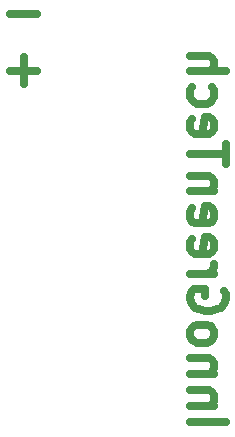
<source format=gbr>
G04 #@! TF.GenerationSoftware,KiCad,Pcbnew,(5.0.1)-4*
G04 #@! TF.CreationDate,2020-10-18T21:08:22+02:00*
G04 #@! TF.ProjectId,Linky_hot_water_controller,4C696E6B795F686F745F77617465725F,rev?*
G04 #@! TF.SameCoordinates,PX6422c40PY7270e00*
G04 #@! TF.FileFunction,Legend,Bot*
G04 #@! TF.FilePolarity,Positive*
%FSLAX46Y46*%
G04 Gerber Fmt 4.6, Leading zero omitted, Abs format (unit mm)*
G04 Created by KiCad (PCBNEW (5.0.1)-4) date 18/10/2020 21:08:22*
%MOMM*%
%LPD*%
G01*
G04 APERTURE LIST*
%ADD10C,0.700000*%
G04 APERTURE END LIST*
D10*
X10642857Y41085715D02*
X8357142Y41085715D01*
X10692857Y36285715D02*
X8407142Y36285715D01*
X9550000Y35142858D02*
X9550000Y37428572D01*
X23642857Y6500000D02*
X26642857Y6500000D01*
X25642857Y7928572D02*
X23642857Y7928572D01*
X25357142Y7928572D02*
X25500000Y8071429D01*
X25642857Y8357143D01*
X25642857Y8785715D01*
X25500000Y9071429D01*
X25214285Y9214286D01*
X23642857Y9214286D01*
X25642857Y10642858D02*
X23642857Y10642858D01*
X25357142Y10642858D02*
X25500000Y10785715D01*
X25642857Y11071429D01*
X25642857Y11500000D01*
X25500000Y11785715D01*
X25214285Y11928572D01*
X23642857Y11928572D01*
X23642857Y13785715D02*
X23785714Y13500000D01*
X23928571Y13357143D01*
X24214285Y13214286D01*
X25071428Y13214286D01*
X25357142Y13357143D01*
X25500000Y13500000D01*
X25642857Y13785715D01*
X25642857Y14214286D01*
X25500000Y14500000D01*
X25357142Y14642858D01*
X25071428Y14785715D01*
X24214285Y14785715D01*
X23928571Y14642858D01*
X23785714Y14500000D01*
X23642857Y14214286D01*
X23642857Y13785715D01*
X26500000Y17642858D02*
X26642857Y17357143D01*
X26642857Y16928572D01*
X26500000Y16500000D01*
X26214285Y16214286D01*
X25928571Y16071429D01*
X25357142Y15928572D01*
X24928571Y15928572D01*
X24357142Y16071429D01*
X24071428Y16214286D01*
X23785714Y16500000D01*
X23642857Y16928572D01*
X23642857Y17214286D01*
X23785714Y17642858D01*
X23928571Y17785715D01*
X24928571Y17785715D01*
X24928571Y17214286D01*
X23642857Y19071429D02*
X25642857Y19071429D01*
X25071428Y19071429D02*
X25357142Y19214286D01*
X25500000Y19357143D01*
X25642857Y19642858D01*
X25642857Y19928572D01*
X23785714Y22071429D02*
X23642857Y21785715D01*
X23642857Y21214286D01*
X23785714Y20928572D01*
X24071428Y20785715D01*
X25214285Y20785715D01*
X25500000Y20928572D01*
X25642857Y21214286D01*
X25642857Y21785715D01*
X25500000Y22071429D01*
X25214285Y22214286D01*
X24928571Y22214286D01*
X24642857Y20785715D01*
X23785714Y24642858D02*
X23642857Y24357143D01*
X23642857Y23785715D01*
X23785714Y23500000D01*
X24071428Y23357143D01*
X25214285Y23357143D01*
X25500000Y23500000D01*
X25642857Y23785715D01*
X25642857Y24357143D01*
X25500000Y24642858D01*
X25214285Y24785715D01*
X24928571Y24785715D01*
X24642857Y23357143D01*
X25642857Y26071429D02*
X23642857Y26071429D01*
X25357142Y26071429D02*
X25500000Y26214286D01*
X25642857Y26500000D01*
X25642857Y26928572D01*
X25500000Y27214286D01*
X25214285Y27357143D01*
X23642857Y27357143D01*
X26642857Y28357143D02*
X26642857Y30071429D01*
X23642857Y29214286D02*
X26642857Y29214286D01*
X23785714Y32214286D02*
X23642857Y31928572D01*
X23642857Y31357143D01*
X23785714Y31071429D01*
X24071428Y30928572D01*
X25214285Y30928572D01*
X25500000Y31071429D01*
X25642857Y31357143D01*
X25642857Y31928572D01*
X25500000Y32214286D01*
X25214285Y32357143D01*
X24928571Y32357143D01*
X24642857Y30928572D01*
X23785714Y34928572D02*
X23642857Y34642858D01*
X23642857Y34071429D01*
X23785714Y33785715D01*
X23928571Y33642858D01*
X24214285Y33500000D01*
X25071428Y33500000D01*
X25357142Y33642858D01*
X25500000Y33785715D01*
X25642857Y34071429D01*
X25642857Y34642858D01*
X25500000Y34928572D01*
X23642857Y36214286D02*
X26642857Y36214286D01*
X23642857Y37500000D02*
X25214285Y37500000D01*
X25500000Y37357143D01*
X25642857Y37071429D01*
X25642857Y36642858D01*
X25500000Y36357143D01*
X25357142Y36214286D01*
M02*

</source>
